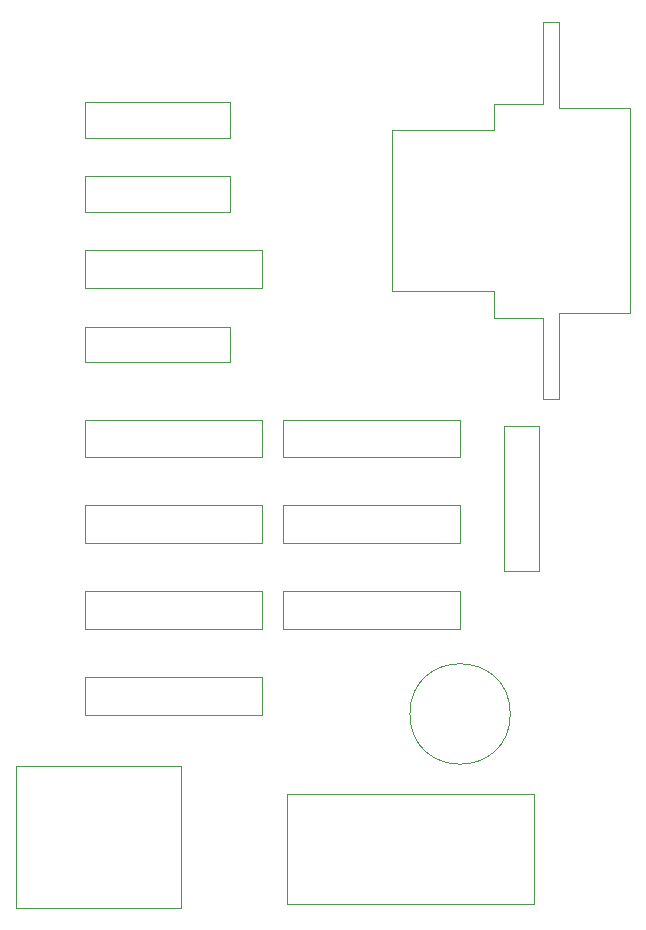
<source format=gbr>
%TF.GenerationSoftware,KiCad,Pcbnew,5.1.4-3.fc30*%
%TF.CreationDate,2019-10-13T14:02:28+02:00*%
%TF.ProjectId,dasa,64617361-2e6b-4696-9361-645f70636258,rev?*%
%TF.SameCoordinates,PX67eb070PY719b7f0*%
%TF.FileFunction,Other,User*%
%FSLAX46Y46*%
G04 Gerber Fmt 4.6, Leading zero omitted, Abs format (unit mm)*
G04 Created by KiCad (PCBNEW 5.1.4-3.fc30) date 2019-10-13 14:02:28*
%MOMM*%
%LPD*%
G04 APERTURE LIST*
%ADD10C,0.050000*%
G04 APERTURE END LIST*
D10*
%TO.C,J3*%
X13844000Y4946000D02*
X13844000Y16946000D01*
X-156000Y4946000D02*
X13844000Y4946000D01*
X-156000Y16946000D02*
X-156000Y4946000D01*
X13844000Y16946000D02*
X-156000Y16946000D01*
%TO.C,R4*%
X44172000Y33446000D02*
X44172000Y45706000D01*
X41172000Y33446000D02*
X44172000Y33446000D01*
X41172000Y45706000D02*
X41172000Y33446000D01*
X44172000Y45706000D02*
X41172000Y45706000D01*
%TO.C,R3*%
X17968000Y73128000D02*
X5708000Y73128000D01*
X17968000Y70128000D02*
X17968000Y73128000D01*
X5708000Y70128000D02*
X17968000Y70128000D01*
X5708000Y73128000D02*
X5708000Y70128000D01*
%TO.C,R2*%
X17968000Y66855300D02*
X5708000Y66855300D01*
X17968000Y63855300D02*
X17968000Y66855300D01*
X5708000Y63855300D02*
X17968000Y63855300D01*
X5708000Y66855300D02*
X5708000Y63855300D01*
%TO.C,R1*%
X17968000Y54110000D02*
X5708000Y54110000D01*
X17968000Y51110000D02*
X17968000Y54110000D01*
X5708000Y51110000D02*
X17968000Y51110000D01*
X5708000Y54110000D02*
X5708000Y51110000D01*
%TO.C,J2*%
X22844000Y5226000D02*
X22844000Y14586000D01*
X43704000Y5226000D02*
X22844000Y5226000D01*
X43704000Y14586000D02*
X43704000Y5226000D01*
X22844000Y14586000D02*
X43704000Y14586000D01*
%TO.C,J1*%
X51870000Y72620000D02*
X51870000Y55270000D01*
X45870000Y72620000D02*
X51870000Y72620000D01*
X45870000Y79920000D02*
X45870000Y72620000D01*
X44470000Y79920000D02*
X45870000Y79920000D01*
X44470000Y73020000D02*
X44470000Y79920000D01*
X40370000Y73020000D02*
X44470000Y73020000D01*
X40370000Y70820000D02*
X40370000Y73020000D01*
X31670000Y70820000D02*
X40370000Y70820000D01*
X31670000Y57120000D02*
X31670000Y70820000D01*
X40370000Y57120000D02*
X31670000Y57120000D01*
X40370000Y54870000D02*
X40370000Y57120000D01*
X44470000Y54870000D02*
X40370000Y54870000D01*
X44470000Y48020000D02*
X44470000Y54870000D01*
X45870000Y48020000D02*
X44470000Y48020000D01*
X45870000Y55270000D02*
X45870000Y48020000D01*
X51870000Y55270000D02*
X45870000Y55270000D01*
%TO.C,D8*%
X20708000Y31725300D02*
X5708000Y31725300D01*
X20708000Y28525300D02*
X20708000Y31725300D01*
X5708000Y28525300D02*
X20708000Y28525300D01*
X5708000Y31725300D02*
X5708000Y28525300D01*
%TO.C,D7*%
X37472000Y31725300D02*
X22472000Y31725300D01*
X37472000Y28525300D02*
X37472000Y31725300D01*
X22472000Y28525300D02*
X37472000Y28525300D01*
X22472000Y31725300D02*
X22472000Y28525300D01*
%TO.C,D6*%
X20708000Y46256000D02*
X5708000Y46256000D01*
X20708000Y43056000D02*
X20708000Y46256000D01*
X5708000Y43056000D02*
X20708000Y43056000D01*
X5708000Y46256000D02*
X5708000Y43056000D01*
%TO.C,D5*%
X37472000Y46256000D02*
X22472000Y46256000D01*
X37472000Y43056000D02*
X37472000Y46256000D01*
X22472000Y43056000D02*
X37472000Y43056000D01*
X22472000Y46256000D02*
X22472000Y43056000D01*
%TO.C,D4*%
X20708000Y38990700D02*
X5708000Y38990700D01*
X20708000Y35790700D02*
X20708000Y38990700D01*
X5708000Y35790700D02*
X20708000Y35790700D01*
X5708000Y38990700D02*
X5708000Y35790700D01*
%TO.C,D3*%
X37472000Y38990700D02*
X22472000Y38990700D01*
X37472000Y35790700D02*
X37472000Y38990700D01*
X22472000Y35790700D02*
X37472000Y35790700D01*
X22472000Y38990700D02*
X22472000Y35790700D01*
%TO.C,D2*%
X20708000Y24460000D02*
X5708000Y24460000D01*
X20708000Y21260000D02*
X20708000Y24460000D01*
X5708000Y21260000D02*
X20708000Y21260000D01*
X5708000Y24460000D02*
X5708000Y21260000D01*
%TO.C,D1*%
X20708000Y60582700D02*
X5708000Y60582700D01*
X20708000Y57382700D02*
X20708000Y60582700D01*
X5708000Y57382700D02*
X20708000Y57382700D01*
X5708000Y60582700D02*
X5708000Y57382700D01*
%TO.C,C1*%
X41722000Y21336000D02*
G75*
G03X41722000Y21336000I-4250000J0D01*
G01*
%TD*%
M02*

</source>
